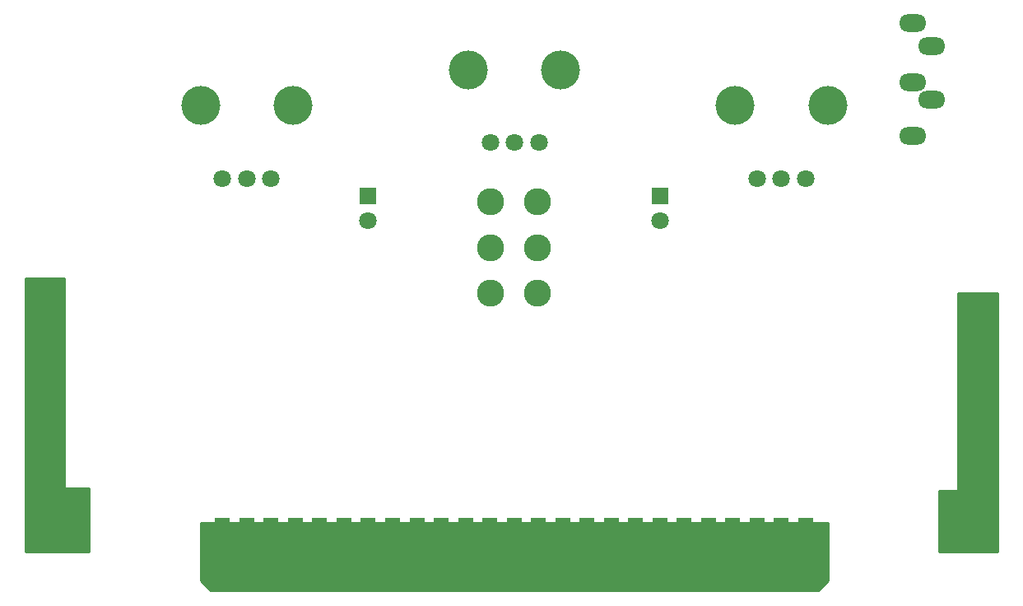
<source format=gbr>
%TF.GenerationSoftware,KiCad,Pcbnew,(5.1.7)-1*%
%TF.CreationDate,2020-11-19T18:07:40-06:00*%
%TF.ProjectId,ConsolePedalPhase,436f6e73-6f6c-4655-9065-64616c506861,rev?*%
%TF.SameCoordinates,Original*%
%TF.FileFunction,Soldermask,Bot*%
%TF.FilePolarity,Negative*%
%FSLAX46Y46*%
G04 Gerber Fmt 4.6, Leading zero omitted, Abs format (unit mm)*
G04 Created by KiCad (PCBNEW (5.1.7)-1) date 2020-11-19 18:07:40*
%MOMM*%
%LPD*%
G01*
G04 APERTURE LIST*
%ADD10C,1.800000*%
%ADD11R,1.800000X1.800000*%
%ADD12R,1.500000X7.000000*%
%ADD13C,4.000000*%
%ADD14C,2.781300*%
%ADD15O,2.800000X1.800000*%
%ADD16C,5.000000*%
%ADD17C,0.254000*%
%ADD18C,0.100000*%
G04 APERTURE END LIST*
D10*
%TO.C,D2*%
X147750000Y-91948000D03*
D11*
X147750000Y-89408000D03*
%TD*%
%TO.C,D1*%
X117750000Y-89408000D03*
D10*
X117750000Y-91948000D03*
%TD*%
D12*
%TO.C,J1*%
X102750000Y-126000000D03*
X105250000Y-126000000D03*
X107750000Y-126000000D03*
X110250000Y-126000000D03*
X112750000Y-126000000D03*
X115250000Y-126000000D03*
X117750000Y-126000000D03*
X120250000Y-126000000D03*
X122750000Y-126000000D03*
X125250000Y-126000000D03*
X127750000Y-126000000D03*
X130250000Y-126000000D03*
X132750000Y-126000000D03*
X135250000Y-126000000D03*
X137750000Y-126000000D03*
X140250000Y-126000000D03*
X142750000Y-126000000D03*
X145250000Y-126000000D03*
X147750000Y-126000000D03*
X150250000Y-126000000D03*
X152750000Y-126000000D03*
X155250000Y-126000000D03*
X157750000Y-126000000D03*
X160250000Y-126000000D03*
X162750000Y-126000000D03*
%TD*%
D10*
%TO.C,RV1*%
X130290000Y-83954000D03*
X132790000Y-83954000D03*
X135290000Y-83954000D03*
D13*
X128040000Y-76454000D03*
X137540000Y-76454000D03*
%TD*%
D10*
%TO.C,RV2*%
X102750000Y-87630000D03*
X105250000Y-87630000D03*
X107750000Y-87630000D03*
D13*
X100500000Y-80130000D03*
X110000000Y-80130000D03*
%TD*%
%TO.C,RV3*%
X165000000Y-80130000D03*
X155500000Y-80130000D03*
D10*
X162750000Y-87630000D03*
X160250000Y-87630000D03*
X157750000Y-87630000D03*
%TD*%
D14*
%TO.C,SW1*%
X135163000Y-94742000D03*
X130337000Y-94742000D03*
X135163000Y-99441000D03*
X135163000Y-90043000D03*
X130337000Y-99441000D03*
X130337000Y-90043000D03*
%TD*%
D15*
%TO.C,J2*%
X173736000Y-71628000D03*
X175736000Y-74028000D03*
X175736000Y-79528000D03*
X173736000Y-83228000D03*
X173736000Y-77728000D03*
%TD*%
D16*
%TO.C,H1*%
X85350000Y-122600000D03*
%TD*%
%TO.C,H2*%
X180150000Y-122600000D03*
%TD*%
D17*
X165000000Y-129000000D02*
X164000000Y-130000000D01*
X101500000Y-130000000D01*
X100500000Y-129000000D01*
X100500000Y-123063000D01*
X165000000Y-123063000D01*
X165000000Y-129000000D01*
D18*
G36*
X165000000Y-129000000D02*
G01*
X164000000Y-130000000D01*
X101500000Y-130000000D01*
X100500000Y-129000000D01*
X100500000Y-123063000D01*
X165000000Y-123063000D01*
X165000000Y-129000000D01*
G37*
D17*
X86487000Y-119380000D02*
X86489440Y-119404776D01*
X86496667Y-119428601D01*
X86508403Y-119450557D01*
X86524197Y-119469803D01*
X86543443Y-119485597D01*
X86565399Y-119497333D01*
X86589224Y-119504560D01*
X86614000Y-119507000D01*
X89000000Y-119507000D01*
X89000000Y-126000000D01*
X82500000Y-126000000D01*
X82500000Y-97917000D01*
X86487000Y-97917000D01*
X86487000Y-119380000D01*
D18*
G36*
X86487000Y-119380000D02*
G01*
X86489440Y-119404776D01*
X86496667Y-119428601D01*
X86508403Y-119450557D01*
X86524197Y-119469803D01*
X86543443Y-119485597D01*
X86565399Y-119497333D01*
X86589224Y-119504560D01*
X86614000Y-119507000D01*
X89000000Y-119507000D01*
X89000000Y-126000000D01*
X82500000Y-126000000D01*
X82500000Y-97917000D01*
X86487000Y-97917000D01*
X86487000Y-119380000D01*
G37*
D17*
X182499000Y-126000000D02*
X176500000Y-126000000D01*
X176500000Y-119761000D01*
X178308000Y-119761000D01*
X178332776Y-119758560D01*
X178356601Y-119751333D01*
X178378557Y-119739597D01*
X178397803Y-119723803D01*
X178413597Y-119704557D01*
X178425333Y-119682601D01*
X178432560Y-119658776D01*
X178435000Y-119634000D01*
X178435000Y-99441000D01*
X182499000Y-99441000D01*
X182499000Y-126000000D01*
D18*
G36*
X182499000Y-126000000D02*
G01*
X176500000Y-126000000D01*
X176500000Y-119761000D01*
X178308000Y-119761000D01*
X178332776Y-119758560D01*
X178356601Y-119751333D01*
X178378557Y-119739597D01*
X178397803Y-119723803D01*
X178413597Y-119704557D01*
X178425333Y-119682601D01*
X178432560Y-119658776D01*
X178435000Y-119634000D01*
X178435000Y-99441000D01*
X182499000Y-99441000D01*
X182499000Y-126000000D01*
G37*
M02*

</source>
